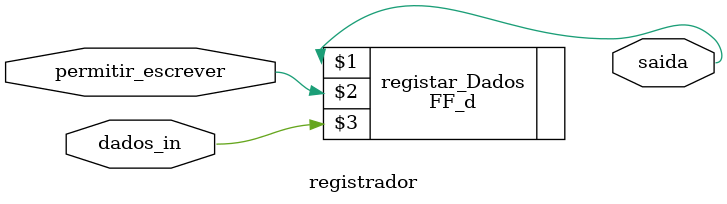
<source format=v>
module memoria_registradores(endereco, escrita, dado, saida_endereco, terreo, primeiro_andar, segundo_andar, terceiro_andar);
 input [1:0] endereco;
 input escrita, dado;
 output saida_endereco, terreo, primeiro_andar, segundo_andar, terceiro_andar;
 
 wire regist1, regist2, regist3, regist4;
 
 // demux para escolher em qual celula os dados vao ser registrado
 demux_1x4 Seletor_escrita_dados(endereco, 1'b1, regist4, regist3, regist2, regist1);
 
 wire registrar_na_celula_terreo, registrar_na_celula_primeiro_andar;
 wire registrar_na_celula_segundo_andar, registrar_na_celula_terceiro_andar;
 
 // selecionando a celula
 and And0(registrar_na_celula_terreo, regist1, escrita);
 and And1(registrar_na_celula_primeiro_andar, regist2, escrita);
 and And2(registrar_na_celula_segundo_andar, regist3, escrita);
 and And3(registrar_na_celula_terceiro_andar, regist4, escrita);
 
 wire s_terreo, s_1, s_2, s_3; 

 // gravando os dados na celelua 
 registrador celula_terreo(dado, registrar_na_celula_terreo, s_terreo);
 registrador celula_primeiro_andar(dado, registrar_na_celula_primeiro_andar, s_1);
 registrador celula_segundo_andar(dado, registrar_na_celula_segundo_andar, s_2);
 registrador celula_terceiro_andar(dado, registrar_na_celula_terceiro_andar, s_3);
 
 // saidas em pararelo
 assign terreo = s_terreo;
 assign primeiro_andar = s_1;
 assign segundo_andar = s_2;
 assign terceiro_andar = s_3;
 
 wire dado_endereco, leitura;
 mux_4x1 seletor_exibir_dados(s_terreo, s_1, s_2, s_3, endereco, dado_endereco);
 
 not Not0(leitura, escrita);
 // selecionando o dado do endereco atual do elevador
 mux_2x1 seletor_leitura_dados(1'b0, dado_endereco, leitura, saida_endereco);
 
 endmodule

 // modulo do registrador
module registrador(dados_in, permitir_escrever, saida);
 input dados_in, permitir_escrever;
 output saida;
 
FF_d registar_Dados(saida, permitir_escrever, dados_in);
endmodule 
</source>
